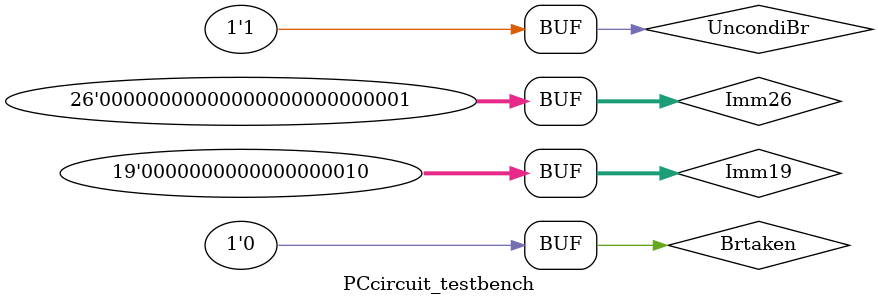
<source format=sv>
`timescale 1ns/10ps

module PCcircuit(PCout, PCin, Imm26, Imm19, UncondiBr, Brtaken);
	output logic [63:0] PCout;
	input logic [63:0] PCin;
	input logic [25:0] Imm26;
	input logic [18:0] Imm19;
	input logic UncondiBr, Brtaken;

	logic [63:0] add4out, Brout;
	Branches Br (.PCBranchout(Brout), .PCin(PCin), .Imm26(Imm26), .Imm19(Imm19), .UncondiBr(UncondiBr));
	ALU alu (.A(PCin), .B(4), .cntrl(3'b010), .result(add4out));
	
	TwoToOneMux64bit mux1(.out(PCout), .a(add4out), .b(Brout), .control(Brtaken));
	
endmodule


module PCcircuit_testbench;
	logic [63:0] PCout, PCin;
	logic [25:0] Imm26;
	logic [18:0] Imm19;
	logic UncondiBr, Brtaken;
	
	initial begin
	Imm26 = 26'b00000000000000000000000001;
	Imm19 = 19'b0000000000000000010;
	PCin = 64'b0;
	
	Brtaken = 1;
	UncondiBr = 0; #1200;
	PCin = PCout;
	UncondiBr = 1; #1200;
	PCin = PCout;
	UncondiBr = 0; #1200;
	PCin = PCout;
	UncondiBr = 1; #1200;
	PCin = PCout;
	
	Brtaken = 0;
	UncondiBr = 0; #1200;
	PCin = PCout;
	UncondiBr = 1; #1200;
	PCin = PCout;
	UncondiBr = 0; #1200;
	PCin = PCout;
	UncondiBr = 1; #1200;
	PCin = PCout;
	end

	PCcircuit dut (.PCout, .PCin, .Imm26, .Imm19, .UncondiBr, .Brtaken);

endmodule

</source>
